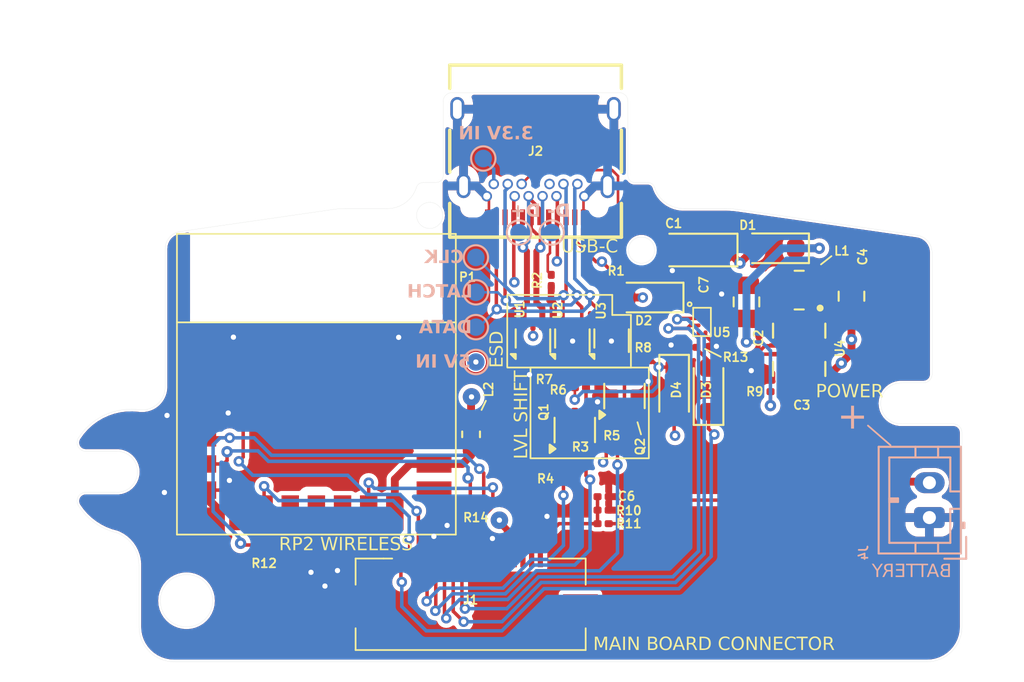
<source format=kicad_pcb>
(kicad_pcb (version 20240108) (generator "pcbnew") (generator_version "8.0")
  (layers (0 "F.Cu" signal) (1 "In1.Cu" signal) (2 "In2.Cu" signal) (31 "B.Cu" signal) (34 "B.Paste" user) (35 "F.Paste" user) (36 "B.SilkS" user "B.Silkscreen") (37 "F.SilkS" user "F.Silkscreen") (38 "B.Mask" user) (39 "F.Mask" user) (44 "Edge.Cuts" user))
  (net 0 "")
  (net 1 "N_LATCH_3.3")
  (net 2 "N_CLOCK_3.3")
  (net 3 "+3V3")
  (net 4 "WL_CLK")
  (net 5 "D-")
  (net 6 "GND")
  (net 7 "N_DATA_3.3")
  (net 8 "BTN_PWR")
  (net 9 "I2C1_SCL")
  (net 10 "WL_D")
  (net 11 "BAT_LVL")
  (net 12 "I2C1_SDA")
  (net 13 "WL_ON")
  (net 14 "WL_CS")
  (net 15 "D+")
  (net 16 "VBUS_PRE")
  (net 18 "Net-(J2-CC1)")
  (net 19 "Net-(J2-CC2)")
  (net 20 "+3.3V_PRE")
  (net 21 "N_DATA")
  (net 22 "N_LATCH")
  (net 23 "N_CLOCK")
  (net 25 "SAFE_D-")
  (net 26 "SAFE_D+")
  (net 27 "N_LATCH_SAFE")
  (net 29 "N_CLOCK_SAFE")
  (net 31 "N_DATA_SAFE")
  (net 33 "VBUS_SYS")
  (net 34 "Net-(U4-EN)")
  (net 35 "BATTERY_POS")
  (net 36 "VBUS")
  (net 37 "SHARED_PU")
  (net 38 "Net-(D4-A)")
  (net 39 "Net-(U4-L1)")
  (net 40 "Net-(U4-L2)")
  (net 41 "VDDBAT")
  (net 42 "Net-(P1B-IRQ)")
  (net 43 "WL_GP1")
  (net 44 "WL_GP2")
  (net 45 "WL_GP0")
  (net 47 "Net-(P1A-DO)")
  (footprint "Resistor_SMD:R_0201_0603Metric" (layer "F.Cu") (at 75.985091 32.183329 180)
    (property "Reference" "R13")
    (property "Value" "10k")
  )
  (footprint "Resistor_SMD:R_0201_0603Metric" (layer "F.Cu") (at 69.65 38.95)
    (property "Reference" "R3")
    (property "Value" "1k")
  )
  (footprint "Resistor_SMD:R_0201_0603Metric" (layer "F.Cu") (at 70.95 42.3)
    (property "Reference" "R11")
    (property "Value" "75k")
  )
  (footprint "Resistor_SMD:R_0201_0603Metric" (layer "F.Cu") (at 68.995 39.725 180)
    (property "Reference" "R4")
    (property "Value" "1k")
  )
  (footprint "hhl:DSBGA" (layer "F.Cu") (at 76.625 30.725)
    (property "Reference" "U5")
    (property "Value" "BQ25180")
  )
  (footprint "Resistor_SMD:R_0201_0603Metric" (layer "F.Cu") (at 67.975 28.345 90)
    (property "Reference" "R2")
    (property "Value" "5.1k")
  )
  (footprint "hhl:RPI_RM2" (layer "F.Cu") (at 54.5 33.925)
    (property "Reference" "P1")
    (property "Value" "RPI-RM2")
  )
  (footprint "Package_TO_SOT_SMD:SOT-363_SC-70-6" (layer "F.Cu") (at 72.175 34.975 90)
    (property "Reference" "Q2")
    (property "Value" "BSS138DW")
  )
  (footprint "Inductor_SMD:L_0603_1608Metric" (layer "F.Cu") (at 63.375 37.175 -90)
    (property "Reference" "L2")
    (property "Value" "BLM18AG601SN1D")
  )
  (footprint "Resistor_SMD:R_0201_0603Metric" (layer "F.Cu") (at 68.775 33.725 180)
    (property "Reference" "R7")
    (property "Value" "1k")
  )
  (footprint "Resistor_SMD:R_0201_0603Metric" (layer "F.Cu") (at 70.95 41.525 180)
    (property "Reference" "R10")
    (property "Value" "75k")
  )
  (footprint "Capacitor_SMD:C_0805_2012Metric" (layer "F.Cu") (at 79.175 29.575 -90)
    (property "Reference" "C2")
    (property "Value" "10uF")
  )
  (footprint "Resistor_SMD:R_0201_0603Metric" (layer "F.Cu") (at 73.3 32.95 180)
    (property "Reference" "R8")
    (property "Value" "1k")
  )
  (footprint "Diode_SMD:D_SOD-323_HandSoldering" (layer "F.Cu") (at 75.025 34.625 -90)
    (property "Reference" "D3")
    (property "Value" "CUS08F30,H3F ")
  )
  (footprint "Capacitor_SMD:C_0805_2012Metric" (layer "F.Cu") (at 85.2 29.249999 90)
    (property "Reference" "C4")
    (property "Value" "10uF")
  )
  (footprint "Resistor_SMD:R_0201_0603Metric" (layer "F.Cu") (at 51.5 43.525 180)
    (property "Reference" "R12")
    (property "Value" "10k")
  )
  (footprint "Package_TO_SOT_SMD:SOT-666" (layer "F.Cu") (at 71.4375 31.8 90)
    (property "Reference" "U3")
    (property "Value" "USBLC6-2P6")
  )
  (footprint "Resistor_SMD:R_0201_0603Metric" (layer "F.Cu") (at 69.65 34.5)
    (property "Reference" "R6")
    (property "Value" "1k")
  )
  (footprint "Capacitor_SMD:C_0201_0603Metric" (layer "F.Cu") (at 76.001741 28.871248 90)
    (property "Reference" "C7")
    (property "Value" "1uF")
  )
  (footprint "Capacitor_SMD:C_0201_0603Metric" (layer "F.Cu") (at 82.35 34.725 180)
    (property "Reference" "C3")
    (property "Value" "100nF")
  )
  (footprint "Capacitor_SMD:C_0201_0603Metric" (layer "F.Cu") (at 70.95 40.75)
    (property "Reference" "C6")
    (property "Value" "100nF")
  )
  (footprint "hhl:VREG_V62_16624-01YE" (layer "F.Cu") (at 82.2 32.325 -90)
    (property "Reference" "U4")
    (property "Value" "TPS63001DRCR")
  )
  (footprint "Package_TO_SOT_SMD:SOT-666" (layer "F.Cu") (at 69.1875 31.8 90)
    (property "Reference" "U2")
    (property "Value" "USBLC6-2P6")
  )
  (footprint "Resistor_SMD:R_0201_0603Metric" (layer "F.Cu") (at 63.65 40.9 180)
    (property "Reference" "R14")
    (property "Value" "470R")
  )
  (footprint "Diode_SMD:D_SOD-323_HandSoldering" (layer "F.Cu") (at 77 34.625 90)
    (property "Reference" "D4")
    (property "Value" "CUS08F30,H3F ")
  )
  (footprint "Inductor_SMD:L_1008_2520Metric" (layer "F.Cu") (at 82.2 28.9)
    (property "Reference" "L1")
    (property "Value" "1.3A 2.2uH ±20% 80mΩ")
  )
  (footprint "Resistor_SMD:R_0201_0603Metric" (layer "F.Cu") (at 80.875 34.725)
    (property "Reference" "R9")
    (property "Value" "100R")
  )
  (footprint "Resistor_SMD:R_0201_0603Metric" (layer "F.Cu") (at 71.45 38.025)
    (property "Reference" "R5")
    (property "Value" "1k")
  )
  (footprint "hhl:USB405603A" (layer "F.Cu") (at 67.074998 18.521124 180)
    (property "Reference" "J2")
    (property "Value" "USB4056-03-A" (hide yes))
  )
  (footprint "Diode_SMD:D_SOD-323_HandSoldering" (layer "F.Cu") (at 80.75 26.5 180)
    (property "Reference" "D1")
    (property "Value" "CUS08F30,H3F ")
  )
  (footprint "Diode_SMD:D_SOD-323_HandSoldering" (layer "F.Cu") (at 73.55 29.325 180)
    (property "Reference" "D2")
    (property "Value" "CUS08F30,H3F ")
  )
  (footprint "Package_TO_SOT_SMD:SOT-666" (layer "F.Cu") (at 66.925 31.8 90)
    (property "Reference" "U1")
    (property "Value" "USBLC6-2P6")
  )
  (footprint "Package_TO_SOT_SMD:SOT-363_SC-70-6" (layer "F.Cu") (at 69.325 36.925 90)
    (property "Reference" "Q1")
    (property "Value" "BSS138DW")
  )
  (footprint "hhl:5051101792" (layer "F.Cu") (at 63.35 46.675)
    (property "Reference" "J1")
    (property "Value" "Molex 505110-1792" (hide yes))
  )
  (footprint "Resistor_SMD:R_0201_0603Metric" (layer "F.Cu") (at 72.925 28)
    (property "Reference" "R1")
    (property "Value" "5.1k")
  )
  (footprint "Capacitor_Tantalum_SMD:CP_EIA-3216-18_Kemet-A" (layer "F.Cu") (at 76.35 26.6 180)
    (property "Reference" "C1")
    (property "Value" "47uF")
  )
  (footprint "TestPoint:TestPoint_Pad_D1.0mm" (layer "B.Cu") (at 63.65 29.025 180)
    (property "Reference" "TP1" (hide yes))
    (property "Value" "TestPoint")
  )
  (footprint "TestPoint:TestPoint_Pad_D1.0mm" (layer "B.Cu") (at 63.65 33.025 180)
    (property "Reference" "TP7" (hide yes))
    (property "Value" "TestPoint")
  )
  (footprint "TestPoint:TestPoint_Pad_D1.0mm" (layer "B.Cu") (at 64.075 21.35 180)
    (property "Reference" "TP6" (hide yes))
    (property "Value" "TestPoint")
  )
  (footprint "TestPoint:TestPoint_Pad_D1.0mm" (layer "B.Cu") (at 63.65 27.025 180)
    (property "Reference" "TP2" (hide yes))
    (property "Value" "TestPoint")
  )
  (footprint "TestPoint:TestPoint_Pad_D1.0mm" (layer "B.Cu") (at 68 25.6 180)
    (property "Reference" "TP4" (hide yes))
    (property "Value" "TestPoint")
  )
  (footprint "TestPoint:TestPoint_Pad_D1.0mm" (layer "B.Cu") (at 66.125 25.6 180)
    (property "Reference" "TP5" (hide yes))
    (property "Value" "TestPoint")
  )
  (footprint "Connector_JST:JST_PH_B2B-PH-K_1x02_P2.00mm_Vertical" (layer "B.Cu") (at 89.67 41.95 90)
    (property "Reference" "J4")
    (property "Value" "PH 2.0 JST")
  )
  (footprint "TestPoint:TestPoint_Pad_D1.0mm" (layer "B.Cu") (at 63.65 31.025 180)
    (property "Reference" "TP3" (hide yes))
    (property "Value" "TestPoint")
  )
  (gr_line (start 87.44 37.8) (end 86.143569 36.672266) (stroke (width 0.1)) (layer "B.SilkS"))
  (gr_line (start 72.545646 33.342379) (end 65.458609 33.34238) (stroke (width 0.1)) (layer "F.SilkS"))
  (gr_line (start 71.475 29.175) (end 71.475 30.325) (stroke (width 0.1)) (layer "F.SilkS"))
  (gr_line (start 64.225 35.25) (end 63.975 35.775) (stroke (width 0.1)) (layer "F.SilkS"))
  (gr_line (start 73.125 37.175) (end 72.922473 36.481236) (stroke (width 0.1)) (layer "F.SilkS"))
  (gr_rect (start 66.783609 33.34238) (end 73.575 38.55) (stroke (width 0.1)) (fill none) (layer "F.SilkS"))
  (gr_line (start 65.448799 33.311949) (end 65.451201 29.175) (stroke (width 0.1)) (layer "F.SilkS"))
  (gr_line (start 84.05 26.95) (end 83.45 27.425) (stroke (width 0.1)) (layer "F.SilkS"))
  (gr_line (start 72.545646 30.32464) (end 72.545646 33.342379) (stroke (width 0.1)) (layer "F.SilkS"))
  (gr_line (start 71.475 30.325) (end 72.545646 30.32464) (stroke (width 0.1)) (layer "F.SilkS"))
  (gr_line (start 77.7 32.725) (end 76.8 32.275) (stroke (width 0.1)) (layer "F.SilkS"))
  (gr_line (start 65.451201 29.175) (end 71.475 29.175) (stroke (width 0.1)) (layer "F.SilkS"))
  (gr_arc (start 73.526993 22.72569) (mid 73.762901 22.802661) (end 73.908019 23.003951) (stroke (width 0.01)) (layer "Edge.Cuts"))
  (gr_arc (start 88.055082 36.575001) (mid 86.880084 35.400001) (end 88.055082 34.225001) (stroke (width 0.01)) (layer "Edge.Cuts"))
  (gr_line (start 71.874997 17.571338) (end 62.274999 17.571337) (stroke (width 0.01)) (layer "Edge.Cuts"))
  (gr_arc (start 91.039999 36.575001) (mid 91.393553 36.721448) (end 91.54 37.075002) (stroke (width 0.01)) (layer "Edge.Cuts"))
  (gr_line (start 61.774998 18.071337) (end 61.774998 22.325767) (stroke (width 0.01)) (layer "Edge.Cuts"))
  (gr_line (start 44.325 44.697902) (end 44.324999 48.221337) (stroke (width 0.01)) (layer "Edge.Cuts"))
  (gr_line (start 41.265299 38.149797) (end 43.057839 38.149797) (stroke (width 0.01)) (layer "Edge.Cuts"))
  (gr_curve (pts (xy 45.783436 34.772086) (xy 45.811035 34.664222) (xy 45.824999 34.553324) (xy 45.824999 34.441985)) (stroke (width 0.01)) (layer "Edge.Cuts"))
  (gr_line (start 73.526993 22.72569) (end 72.774997 22.725691) (stroke (width 0.01)) (layer "Edge.Cuts"))
  (gr_line (start 88.967389 25.752318) (end 78.67914 24.272284) (stroke (width 0.01)) (layer "Edge.Cuts"))
  (gr_line (start 91.54 48.221338) (end 91.539999 40.929158) (stroke (width 0.01)) (layer "Edge.Cuts"))
  (gr_line (start 89.825 33.725) (end 89.825 26.742127) (stroke (width 0.01)) (layer "Edge.Cuts"))
  (gr_arc (start 89.825 33.725) (mid 89.678553 34.078554) (end 89.324998 34.225002) (stroke (width 0.01)) (layer "Edge.Cuts"))
  (gr_arc (start 41.265299 38.149797) (mid 40.826326 37.889134) (end 40.845015 37.378901) (stroke (width 0.01)) (layer "Edge.Cuts"))
  (gr_arc (start 60.241979 23.00395) (mid 59.607091 23.884591) (end 58.574999 24.221336) (stroke (width 0.01)) (layer "Edge.Cuts"))
  (gr_line (start 55.470845 24.272285) (end 46.679479 25.536982) (stroke (width 0.01)) (layer "Edge.Cuts"))
  (gr_arc (start 40.845015 41.270692) (mid 40.826306 40.760491) (end 41.265298 40.499836) (stroke (width 0.01)) (layer "Edge.Cuts"))
  (gr_arc (start 60.241979 23.00395) (mid 60.387142 22.80266) (end 60.623079 22.72569) (stroke (width 0.01)) (layer "Edge.Cuts"))
  (gr_line (start 58.574999 24.221336) (end 56.182799 24.221337) (stroke (width 0.01)) (layer "Edge.Cuts"))
  (gr_circle (center 47.049532 46.721337) (end 45.549533 46.721337) (stroke (width 0.01)) (fill none) (layer "Edge.Cuts"))
  (gr_arc (start 43.057835 42.824796) (mid 41.799588 42.26394) (end 40.845015 41.270692) (stroke (width 0.01)) (layer "Edge.Cuts"))
  (gr_arc (start 43.057839 38.149797) (mid 44.232838 39.324796) (end 43.05784 40.499796) (stroke (width 0.01)) (layer "Edge.Cuts"))
  (gr_curve (pts (xy 44.323083 35.762685) (xy 44.497308 35.785149) (xy 44.674269 35.772917) (xy 44.843747 35.726694)) (stroke (width 0.01)) (layer "Edge.Cuts"))
  (gr_arc (start 61.774998 18.071337) (mid 61.921445 17.717784) (end 62.274999 17.571337) (stroke (width 0.01)) (layer "Edge.Cuts"))
  (gr_arc (start 88.967389 25.752318) (mid 89.580774 26.087295) (end 89.825 26.742127) (stroke (width 0.01)) (layer "Edge.Cuts"))
  (gr_circle (center 60.998399 24.614372) (end 60.2484 24.614372) (stroke (width 0.01)) (fill none) (layer "Edge.Cuts"))
  (gr_line (start 61.374998 22.72569) (end 60.623079 22.72569) (stroke (width 0.01)) (layer "Edge.Cuts"))
  (gr_arc (start 40.845015 37.378901) (mid 42.350265 36.067701) (end 44.323083 35.762685) (stroke (width 0.01)) (layer "Edge.Cuts"))
  (gr_arc (start 45.824999 26.526337) (mid 46.06819 25.872701) (end 46.679479 25.536982) (stroke (width 0.01)) (layer "Edge.Cuts"))
  (gr_arc (start 75.574998 24.221337) (mid 74.542907 23.884591) (end 73.908019 23.003951) (stroke (width 0.01)) (layer "Edge.Cuts"))
  (gr_line (start 77.967206 24.221337) (end 75.574998 24.221337) (stroke (width 0.01)) (layer "Edge.Cuts"))
  (gr_line (start 45.824999 26.526337) (end 45.824999 34.441985) (stroke (width 0.01)) (layer "Edge.Cuts"))
  (gr_line (start 91.039999 36.575001) (end 88.055082 36.575001) (stroke (width 0.01)) (layer "Edge.Cuts"))
  (gr_arc (start 77.967206 24.221337) (mid 78.324083 24.23409) (end 78.67914 24.272284) (stroke (width 0.01)) (layer "Edge.Cuts"))
  (gr_curve (pts (xy 45.312057 35.492218) (xy 45.447882 35.386339) (xy 45.561884 35.25511) (xy 45.647736 35.105819)) (stroke (width 0.01)) (layer "Edge.Cuts"))
  (gr_curve (pts (xy 44.843747 35.726694) (xy 45.013829 35.680307) (xy 45.173018 35.600604) (xy 45.312057 35.492218)) (stroke (width 0.01)) (layer "Edge.Cuts"))
  (gr_arc (start 46.324999 50.221337) (mid 44.910786 49.63555) (end 44.324999 48.221337) (stroke (width 0.01)) (layer "Edge.Cuts"))
  (gr_curve (pts (xy 45.647736 35.105819) (xy 45.707878 35.001237) (xy 45.753529 34.888963) (xy 45.783436 34.772086)) (stroke (width 0.01)) (layer "Edge.Cuts"))
  (gr_arc (start 61.774998 22.325767) (mid 61.657836 22.608581) (end 61.374998 22.72569) (stroke (width 0.01)) (layer "Edge.Cuts"))
  (gr_line (start 46.324999 50.221337) (end 89.540001 50.221337) (stroke (width 0.01)) (layer "Edge.Cuts"))
  (gr_line (start 91.539999 40.929158) (end 91.54 37.075002) (stroke (width 0.01)) (layer "Edge.Cuts"))
  (gr_arc (start 55.470845 24.272287) (mid 55.825912 24.234091) (end 56.182799 24.221337) (stroke (width 0.01)) (layer "Edge.Cuts"))
  (gr_circle (center 73.151598 26.605822) (end 72.401599 26.605822) (stroke (width 0.01)) (fill none) (layer "Edge.Cuts"))
  (gr_arc (start 71.874997 17.571338) (mid 72.22855 17.717785) (end 72.374997 18.071338) (stroke (width 0.01)) (layer "Edge.Cuts"))
  (gr_line (start 72.374997 22.32569) (end 72.374997 18.071338) (stroke (width 0.01)) (layer "Edge.Cuts"))
  (gr_arc (start 91.54 48.221338) (mid 90.9542 49.635527) (end 89.540001 50.221337) (stroke (width 0.01)) (layer "Edge.Cuts"))
  (gr_arc (start 43.057835 42.824796) (mid 43.981527 43.565077) (end 44.325 44.697902) (stroke (width 0.01)) (layer "Edge.Cuts"))
  (gr_line (start 88.055082 34.225001) (end 89.324998 34.225002) (stroke (width 0.01)) (layer "Edge.Cuts"))
  (gr_line (start 43.05784 40.499796) (end 41.265299 40.499797) (stroke (width 0.01)) (layer "Edge.Cuts"))
  (gr_arc (start 72.774997 22.725691) (mid 72.492154 22.608533) (end 72.374997 22.32569) (stroke (width 0.01)) (layer "Edge.Cuts"))
  (gr_text "3.3V IN" (at 62.65 20.375 0) (layer "B.SilkS") (effects (font (size 0.75 0.75) (thickness 0.1875) (bold yes)) (justify right bottom mirror)))
  (gr_text "CLK" (at 60.7 27.475 0) (layer "B.SilkS") (effects (font (size 0.75 0.75) (thickness 0.1875) (bold yes)) (justify right bottom mirror)))
  (gr_text "LATCH" (at 59.7 29.45 0) (layer "B.SilkS") (effects (font (size 0.75 0.75) (thickness 0.1875) (bold yes)) (justify right bottom mirror)))
  (gr_text "+" (at 86.14 37.1 0) (layer "B.SilkS") (effects (font (size 1.5 1.5) (thickness 0.1)) (justify left bottom mirror)))
  (gr_text "DATA" (at 60.375 31.5 0) (layer "B.SilkS") (effects (font (size 0.75 0.75) (thickness 0.1875) (bold yes)) (justify right bottom mirror)))
  (gr_text "5V IN" (at 60.175 33.475 0) (layer "B.SilkS") (effects (font (size 0.75 0.75) (thickness 0.1875) (bold yes)) (justify right bottom mirror)))
  (gr_text "D- D+" (at 65.625 24.825 0) (layer "B.SilkS") (effects (font (size 0.75 0.75) (thickness 0.1875) (bold yes)) (justify right bottom mirror)))
  (gr_text "BATTERY" (at 90.95 45.49 0) (layer "B.SilkS") (effects (font (size 0.75 0.75) (thickness 0.1)) (justify left bottom mirror)))
  (gr_text "ESD" (at 65.313935 33.368142 90) (layer "F.SilkS") (effects (font (size 0.75 0.75) (thickness 0.1)) (justify left bottom)))
  (gr_text "USB-C" (at 68.548464 26.864832 0) (layer "F.SilkS") (effects (font (size 0.75 0.75) (thickness 0.1)) (justify left bottom)))
  (gr_text "POWER" (at 83.15 35.175 0) (layer "F.SilkS") (effects (font (size 0.75 0.75) (thickness 0.1)) (justify left bottom)))
  (gr_text "LVL SHIFT" (at 66.718761 38.605333 90) (layer "F.SilkS") (effects (font (size 0.75 0.75) (thickness 0.1)) (justify left bottom)))
  (gr_text "MAIN BOARD CONNECTOR" (at 70.375 49.675 0) (layer "F.SilkS") (effects (font (size 0.75 0.75) (thickness 0.1)) (justify left bottom)))
  (gr_text "RP2 WIRELESS" (at 52.35 43.95 0) (layer "F.SilkS") (effects (font (size 0.75 0.75) (thickness 0.1)) (justify left bottom)))
  (segment (start 69.975 37.875) (end 69.97 37.88) (width 0.2) (layer "F.Cu") (net 1))
  (segment (start 69.97 37.88) (end 69.97 38.95) (width 0.2) (layer "F.Cu") (net 1))
  (segment (start 61.35 44.3) (end 61.35 47.275) (width 0.2) (layer "F.Cu") (net 1))
  (segment (start 70.2 39.775) (end 69.97 39.545) (width 0.2) (layer "F.Cu") (net 1))
  (segment (start 61.35 47.275) (end 61.325 47.3) (width 0.2) (layer "F.Cu") (net 1))
  (segment (start 69.97 39.545) (end 69.97 38.95) (width 0.2) (layer "F.Cu") (net 1))
  (via (at 70.2 39.775) (size 0.6) (drill 0.3) (layers "F.Cu" "B.Cu") (net 1))
  (via (at 61.325 47.3) (size 0.6) (drill 0.3) (layers "F.Cu" "B.Cu") (net 1))
  (segment (start 69.775 44.225) (end 70.2 43.8) (width 0.2) (layer "B.Cu") (net 1))
  (segment (start 69.325 44.675) (end 69.775 44.225) (width 0.2) (layer "B.Cu") (net 1))
  (segment (start 66.09519 45.57019) (end 66.99038 44.675) (width 0.2) (layer "B.Cu") (net 1))
  (segment (start 70.2 43.8) (end 70.2 39.775) (width 0.2) (layer "B.Cu") (net 1))
  (segment (start 65.34038 46.325) (end 66.09519 45.57019) (width 0.2) (layer "B.Cu") (net 1))
  (segment (start 62.3 46.325) (end 63.05 46.325) (width 0.2) (layer "B.Cu") (net 1))
  (segment (start 67.775 44.675) (end 69.325 44.675) (width 0.2) (layer "B.Cu") (net 1))
  (segment (start 61.325 47.3) (end 62.3 46.325) (width 0.2) (layer "B.Cu") (net 1))
  (segment (start 63.05 46.325) (end 65.34038 46.325) (width 0.2) (layer "B.Cu") (net 1))
  (segment (start 66.99038 44.675) (end 67.775 44.675) (width 0.2) (layer "B.Cu") (net 1))
  (segment (start 68.675 37.875) (end 68.675 39.725) (width 0.2) (layer "F.Cu") (net 2))
  (segment (start 60.85 44.3) (end 60.85 46.725) (width 0.2) (layer "F.Cu") (net 2))
  (segment (start 60.85 46.725) (end 60.825 46.75) (width 0.2) (layer "F.Cu") (net 2))
  (segment (start 68.675 40.675) (end 68.675 39.725) (width 0.2) (layer "F.Cu") (net 2))
  (via (at 68.675 40.675) (size 0.6) (drill 0.3) (layers "F.Cu" "B.Cu") (net 2))
  (via (at 60.825 46.75) (size 0.6) (drill 0.3) (layers "F.Cu" "B.Cu") (net 2))
  (segment (start 68.275 43.95) (end 68.675 43.55) (width 0.2) (layer "B.Cu") (net 2))
  (segment (start 60.825 46.75) (end 61.575 46) (width 0.2) (layer "B.Cu") (net 2))
  (segment (start 67.875 44.35) (end 68.275 43.95) (width 0.2) (layer "B.Cu") (net 2))
  (segment (start 65.2 46) (end 65.7 45.5) (width 0.2) (layer "B.Cu") (net 2))
  (segment (start 68.675 43.55) (end 68.675 40.675) (width 0.2) (layer "B.Cu") (net 2))
  (segment (start 65.7 45.5) (end 66.85 44.35) (width 0.2) (layer "B.Cu") (net 2))
  (segment (start 67.35 44.35) (end 67.875 44.35) (width 0.2) (layer "B.Cu") (net 2))
  (segment (start 66.85 44.35) (end 67.35 44.35) (width 0.2) (layer "B.Cu") (net 2))
  (segment (start 61.575 46) (end 62.4 46) (width 0.2) (layer "B.Cu") (net 2))
  (segment (start 62.4 46) (end 65.2 46) (width 0.2) (layer "B.Cu") (net 2))
  (segment (start 84.40342 30.996578) (end 83.303664 30.996578) (width 0.45) (layer "F.Cu") (net 3))
  (segment (start 69.33 39.71) (end 69.315 39.725) (width 0.2) (layer "F.Cu") (net 3))
  (segment (start 71.13 37.795) (end 71.13 37.53) (width 0.2) (layer "F.Cu") (net 3))
  (segment (start 83.91108 33.79892) (end 83.306522 33.79892) (width 0.45) (layer "F.Cu") (net 3))
  (segment (start 69.325 37.175) (end 69.325 37.874999) (width 0.2) (layer "F.Cu") (net 3))
  (segment (start 71.13 38.025) (end 71.13 37.795) (width 0.2) (layer "F.Cu") (net 3))
  (segment (start 71.13 37.53) (end 70.775 37.175) (width 0.2) (layer "F.Cu") (net 3))
  (segment (start 75.025 37.2) (end 75.075 37.25) (width 0.2) (layer "F.Cu") (net 3))
  (segment (start 65.019086 42.1) (end 65 42.1) (width 0.2) (layer "F.Cu") (net 3))
  (segment (start 84.62 33.09) (end 83.91108 33.79892) (width 0.45) (layer "F.Cu") (net 3))
  (segment (start 72.175 36.75) (end 72.175 35.924999) (width 0.2) (layer "F.Cu") (net 3))
  (segment (start 69.32 38.95) (end 69.32 37.879999) (width 0.2) (layer "F.Cu") (net 3))
  (segment (start 63.375 35.05) (end 63.4 35.025) (width 0.45) (layer "F.Cu") (net 3))
  (segment (start 65.35 44.3) (end 65.35 42.694871) (width 0.2) (layer "F.Cu") (net 3))
  (segment (start 63.375 36.387499) (end 63.375 35.05) (width 0.45) (layer "F.Cu") (net 3))
  (segment (start 71.13 38.025) (end 71.13 38.595) (width 0.2) (layer "F.Cu") (net 3))
  (segment (start 65.85 42.930914) (end 65.019086 42.1) (width 0.2) (layer "F.Cu") (net 3))
  (segment (start 85.2 32.51) (end 84.62 33.09) (width 0.45) (layer "F.Cu") (net 3))
  (segment (start 69.33 38.95) (end 69.33 39.71) (width 0.2) (layer "F.Cu") (net 3))
  (segment (start 69.32 37.879999) (end 69.325 37.874999) (width 0.2) (layer "F.Cu") (net 3))
  (segment (start 85.2 30.199998) (end 84.40342 30.996578) (width 0.45) (layer "F.Cu") (net 3))
  (segment (start 71.13 37.795) (end 72.175 36.75) (width 0.2) (layer "F.Cu") (net 3))
  (segment (start 65.35 42.694871) (end 65.117096 42.461967) (width 0.2) (layer "F.Cu") (net 3))
  (segment (start 75.025 35.874999) (end 75.025 37.2) (width 0.2) (layer "F.Cu") (net 3))
  (segment (start 85.2 30.199998) (end 85.2 32.51) (width 0.45) (layer "F.Cu") (net 3))
  (segment (start 70.775 37.175) (end 69.325 37.175) (width 0.2) (layer "F.Cu") (net 3))
  (segment (start 65.35 42.45) (end 65 42.1) (width 0.2) (layer "F.Cu") (net 3))
  (segment (start 69.325 35.975001) (end 69.325 37.175) (width 0.2) (layer "F.Cu") (net 3))
  (segment (start 71.13 38.595) (end 70.95 38.775) (width 0.2) (layer "F.Cu") (net 3))
  (segment (start 72.175 34.025001) (end 72.175 35.924999) (width 0.2) (layer "F.Cu") (net 3))
  (segment (start 65.85 44.3) (end 65.85 42.930914) (width 0.2) (layer "F.Cu") (net 3))
  (via (at 85.2 31.73) (size 0.65) (drill 0.3) (layers "F.Cu" "B.Cu") (net 3))
  (via (at 65 42.1) (size 1) (drill 0.3) (layers "F.Cu" "B.Cu") (net 3))
  (via (at 75.075 37.25) (size 0.6) (drill 0.3) (layers "F.Cu" "B.Cu") (net 3))
  (via (at 63.4 35.025) (size 1) (drill 0.3) (layers "F.Cu" "B.Cu") (net 3))
  (via (at 70.95 38.775) (size 0.6) (drill 0.3) (layers "F.Cu" "B.Cu") (net 3))
  (via (at 84.62 33.09) (size 0.65) (drill 0.3) (layers "F.Cu" "B.Cu") (net 3))
  (segment (start 50.3 38.475) (end 50.3 35.21) (width 0.2) (layer "F.Cu") (net 4))
  (segment (start 50.3 35.21) (end 49.465 34.375) (width 0.2) (layer "F.Cu") (net 4))
  (segment (start 60.35 44.3) (end 60.35 41.675) (width 0.2) (layer "F.Cu") (net 4))
  (segment (start 49.465 34.375) (end 47.75 34.375) (width 0.2) (layer "F.Cu") (net 4))
  (segment (start 60.35 41.675) (end 60.25 41.575) (width 0.2) (layer "F.Cu") (net 4))
  (segment (start 50.05 38.725) (end 50.3 38.475) (width 0.2) (layer "F.Cu") (net 4))
  (via (at 50.05 38.725) (size 0.6) (drill 0.3) (layers "F.Cu" "B.Cu") (net 4))
  (via (at 60.25 41.575) (size 0.6) (drill 0.3) (layers "F.Cu" "B.Cu") (net 4))
  (segment (start 57.4 40.625) (end 56.675 39.9) (width 0.2) (layer "B.Cu") (net 4))
  (segment (start 56.675 39.9) (end 56.3 39.525) (width 0.2) (layer "B.Cu") (net 4))
  (segment (start 56.3 39.525) (end 54.5 39.525) (width 0.2) (layer "B.Cu") (net 4))
  (segment (start 58.6 40.625) (end 57.4 40.625) (width 0.2) (layer "B.Cu") (net 4))
  (segment (start 50.85 39.525) (end 50.05 38.725) (width 0.2) (layer "B.Cu") (net 4))
  (segment (start 54.5 39.525) (end 50.85 39.525) (width 0.2) (layer "B.Cu") (net 4))
  (segment (start 59.3 40.625) (end 58.6 40.625) (width 0.2) (layer "B.Cu") (net 4))
  (segment (start 60.25 41.575) (end 59.3 40.625) (width 0.2) (layer "B.Cu") (net 4))
  (segment (start 67.4625 29.9375) (end 67.325 29.8) (width 0.3425) (layer "F.Cu") (net 5))
  (segment (start 67.35 25.9) (end 67.35 26.45) (width 0.2) (layer "F.Cu") (net 5))
  (segment (start 67.12125 29.59625) (end 67.325 29.8) (width 0.3425) (layer "F.Cu") (net 5))
  (segment (start 67.35 26.45) (end 67.12125 26.67875) (width 0.3425) (layer "F.Cu") (net 5))
  (segment (start 66.824998 24.721124) (end 66.824998 25.374998) (width 0.2) (layer "F.Cu") (net 5))
  (segment (start 66.824998 25.374998) (end 67.35 25.9) (width 0.2) (layer "F.Cu") (net 5))
  (segment (start 67.4625 30.95) (end 67.4625 29.9375) (width 0.3425) (layer "F.Cu") (net 5))
  (segment (start 67.12125 26.67875) (end 67.12125 29.59625) (width 0.3425) (layer "F.Cu") (net 5))
  (via (at 67.35 26.45) (size 0.6) (drill 0.3) (layers "F.Cu" "B.Cu") (net 5))
  (segment (start 67.474998 26.325002) (end 67.325 26.475) (width 0.2) (layer "B.Cu") (net 5))
  (segment (start 67.474998 23.511124) (end 67.474998 26.325002) (width 0.2) (layer "B.Cu") (net 5))
  (segment (start 80.01 32.325) (end 79.795 32.325) (width 0.2) (layer "F.Cu") (net 6))
  (segment (start 67.975 31.325) (end 68.475 31.825) (width 0.15) (layer "F.Cu") (net 6))
  (segment (start 82.2 30.925001) (end 82.2 29.79) (width 0.2) (layer "F.Cu") (net 6))
  (segment (start 45.915 40.375) (end 45.78 40.51) (width 0.2) (layer "F.Cu") (net 6))
  (segment (start 47.75 40.375) (end 48.955 40.375) (width 0.2) (layer "F.Cu") (net 6))
  (segment (start 69.1875 31.8375) (end 69.2 31.825) (width 0.2) (layer "F.Cu") (net 6))
  (segment (start 82.7 33.725) (end 82.7 32.825) (width 0.2) (layer "F.Cu") (net 6))
  (segment (start 82.2 32.325) (end 81.965607 32.090607) (width 0.2) (layer "F.Cu") (net 6))
  (segment (start 64.85 43.4) (end 64.6 43.15) (width 0.2) (layer "F.Cu") (net 6))
  (segment (start 64.35 43.4) (end 64.6 43.15) (width 0.2) (layer "F.Cu") (net 6))
  (segment (start 76.824999 31.325) (end 76.824999 31.499999) (width 0.2) (layer "F.Cu") (net 6))
  (segment (start 61.25 40.375) (end 61.25 41.44) (width 0.2) (layer "F.Cu") (net 6))
  (segment (start 46.145 35.875) (end 45.93 36.09) (width 0.2) (layer "F.Cu") (net 6))
  (segment (start 80.244393 32.090607) (end 80.01 32.325) (width 0.2) (layer "F.Cu") (net 6))
  (segment (start 61.25 31.375) (end 59.455 31.375) (width 0.2) (layer "F.Cu") (net 6))
  (segment (start 64.40002 24.646102) (end 64.40002 23.663354) (width 0.15) (layer "F.Cu") (net 6))
  (segment (start 82.7 33.725) (end 82.7 34.695) (width 0.2) (layer "F.Cu") (net 6))
  (segment (start 82.2 30.925001) (end 82.2 32.325) (width 0.2) (layer "F.Cu") (net 6))
  (segment (start 66.925 33.55) (end 66.725 33.75) (width 0.2) (layer "F.Cu") (net 6))
  (segment (start 49.485 31.375) (end 49.73 31.62) (width 0.2) (layer "F.Cu") (net 6))
  (segment (start 69.1875 32.725) (end 69.1875 31.8375) (width 0.2) (layer "F.Cu") (net 6))
  (segment (start 78.249999 28.625001) (end 77.75 29.125) (width 0.45) (layer "F.Cu") (net 6))
  (segment (start 48.955 40.375) (end 49.51 39.82) (width 0.2) (layer "F.Cu") (net 6))
  (segment (start 75.665091 32.183329) (end 74.983329 32.183329) (width 0.2) (layer "F.Cu") (net 6))
  (segment (start 54.5 43.72) (end 54.42 43.8) (width 0.45) (layer "F.Cu") (net 6))
  (segment (start 79.795 32.325) (end 79.51 32.61) (width 0.2) (layer "F.Cu") (net 6))
  (segment (start 69.824998 23.561124) (end 69.824998 24.721124) (width 0.15) (layer "F.Cu") (net 6))
  (segment (start 47.125 31.375) (end 46.22 32.28) (width 0.2) (layer "F.Cu") (net 6))
  (segment (start 49.365 35.875) (end 49.44 35.95) (width 0.2) (layer "F.Cu") (net 6))
  (segment (start 73.245 28) (end 74.7 28) (width 0.2) (layer "F.Cu") (net 6))
  (segment (start 61.25 41.44) (end 61.15 41.54) (width 0.2) (layer "F.Cu") (net 6))
  (segment (start 74.983329 32.183329) (end 74.85 32.05) (width 0.2) (layer "F.Cu") (net 6))
  (segment (start 66.925 32.725) (end 66.925 33.55) (width 0.2) (layer "F.Cu") (net 6))
  (segment (start 71.425 32.7125) (end 71.425 31.825) (width 0.2) (layer "F.Cu") (net 6))
  (segment (start 64.324998 24.721124) (end 64.40002 24.646102) (width 0.15) (layer "F.Cu") (net 6))
  (segment (start 79.175 28.625001) (end 78.249999 28.625001) (width 0.45) (layer "F.Cu") (net 6))
  (segment (start 69.874998 23.511124) (end 69.824998 23.561124) (width 0.15) (layer "F.Cu") (net 6))
  (segment (start 54.5 41.675) (end 54.5 43.72) (width 0.45) (layer "F.Cu") (net 6))
  (segment (start 81.965607 32.090607) (end 80.244393 32.090607) (width 0.2) (layer "F.Cu") (net 6))
  (segment (start 76.001741 28.551248) (end 76.001741 27.601741) (width 0.45) (layer "F.Cu") (net 6))
  (segment (start 76.001741 27.601741) (end 75 26.6) (width 0.45) (layer "F.Cu") (net 6))
  (segment (start 47.75 31.375) (end 49.485 31.375) (width 0.2) (layer "F.Cu") (net 6))
  (segment (start 47.75 31.375) (end 47.125 31.375) (width 0.2) (layer "F.Cu") (net 6))
  (segment (start 64.85 44.3) (end 64.85 43.4) (width 0.2) (layer "F.Cu") (net 6))
  (segment (start 47.75 35.875) (end 49.365 35.875) (width 0.2) (layer "F.Cu") (net 6))
  (segment (start 77.176248 28.551248) (end 77.75 29.125) (width 0.45) (layer "F.Cu") (net 6))
  (segment (start 67.975 28.665) (end 67.975 31.325) (width 0.15) (layer "F.Cu") (net 6))
  (segment (start 82.2 29.79) (end 82.19 29.78) (width 0.2) (layer "F.Cu") (net 6))
  (segment (start 49.73 31.62) (end 49.73 31.61) (width 0.2) (layer "F.Cu") (net 6))
  (segment (start 59.455 31.375) (end 59.22 31.61) (width 0.2) (layer "F.Cu") (net 6))
  (segment (start 64.40002 23.663354) (end 64.261394 23.524728) (width 0.15) (layer "F.Cu") (net 6))
  (segment (start 47.75 40.375) (end 45.915 40.375) (width 0.2) (layer "F.Cu") (net 6))
  (segment (start 68.475 31.825) (end 69.2 31.825) (width 0.15) (layer "F.Cu") (net 6))
  (segment (start 81.949884 32.575116) (end 79.964884 32.575116) (width 0.2) (layer "F.Cu") (net 6))
  (segment (start 79.964884 32.575116) (end 79.71 32.83) (width 0.2) (layer "F.Cu") (net 6))
  (segment (start 82.7 32.825) (end 82.2 32.325) (width 0.2) (layer "F.Cu") (net 6))
  (segment (start 49.73 31.61) (end 49.74 31.6) (width 0.2) (layer "F.Cu") (net 6))
  (segment (start 71.4375 32.725) (end 71.425 32.7125) (width 0.2) (layer "F.Cu") (net 6))
  (segment (start 74.7 28) (end 74.92 27.78) (width 0.2) (layer "F.Cu") (net 6))
  (segment (start 47.75 35.875) (end 46.145 35.875) (width 0.2) (layer "F.Cu") (net 6))
  (segment (start 64.35 44.3) (end 64.35 43.4) (width 0.2) (layer "F.Cu") (net 6))
  (segment (start 62.565 31.375) (end 62.98 31.79) (width 0.2) (layer "F.Cu") (net 6))
  (segment (start 76.001741 28.551248) (end 77.176248 28.551248) (width 0.45) (layer "F.Cu") (net 6))
  (segment (start 82.2 32.325) (end 81.949884 32.575116) (width 0.2) (layer "F.Cu") (net 6))
  (segment (start 61.25 31.375) (end 62.565 31.375) (width 0.2) (layer "F.Cu") (net 6))
  (segment (start 76.824999 31.499999) (end 77.45 32.125) (width 0.2) (layer "F.Cu") (net 6))
  (segment (start 82.7 34.695) (end 82.67 34.725) (width 0.2) (layer "F.Cu") (net 6))
  (via (at 54.99 45.88) (size 0.65) (drill 0.3) (layers "F.Cu" "B.Cu") (net 6))
  (via (at 55.71 44.99) (size 0.65) (drill 0.3) (layers "F.Cu" "B.Cu") (net 6))
  (via (at 45.78 40.51) (size 0.65) (drill 0.3) (layers "F.Cu" "B.Cu") (net 6))
  (via (at 71.425 31.825) (size 0.6) (drill 0.3) (layers "F.Cu" "B.Cu") (net 6))
  (via (at 49.74 31.6) (size 0.65) (drill 0.3) (layers "F.Cu" "B.Cu") (net 6))
  (via (at 59.22 31.61) (size 0.65) (drill 0.3) (layers "F.Cu" "B.Cu") (net 6))
  (via (at 66.725 33.75) (size 0.6) (drill 0.3) (layers "F.Cu" "B.Cu") (net 6))
  (via (at 64.6 43.15) (size 0.65) (drill 0.3) (layers "F.Cu" "B.Cu") (net 6))
  (via (at 49.51 39.82) (size 0.65) (drill 0.3) (layers "F.Cu" "B.Cu") (net 6))
  (via (at 79.45 33.52) (size 0.65) (drill 0.3) (layers "F.Cu" "B.Cu") (net 6))
  (via (at 73.53 34.14) (size 0.6) (drill 0.3) (layers "F.Cu" "B.Cu") (net 6))
  (via (at 61.24 43.03) (size 0.65) (drill 0.3) (layers "F.Cu" "B.Cu") (net 6))
  (via (at 77.75 29.125) (size 0.65) (drill 0.3) (layers "F.Cu" "B.Cu") (net 6))
  (via (at 54.19 45.09) (size 0.65) (drill 0.3) (layers "F.Cu" "B.Cu") (net 6))
  (via (at 77.45 32.125) (size 0.6) (drill 0.3) (layers "F.Cu" "B.Cu") (net 6))
  (via (at 74.92 27.78) (size 0.65) (drill 0.3) (layers "F.Cu" "B.Cu") (net 6))
  (via (at 49.44 35.95) (size 0.65) (drill 0.3) (layers "F.Cu" "B.Cu") (net 6))
  (via (at 70.63 35.31) (size 0.6) (drill 0.3) (layers "F.Cu" "B.Cu") (net 6))
  (via (at 45.93 36.09) (size 0.65) (drill 0.3) (layers "F.Cu" "B.Cu") (net 6))
  (via (at 62 42.4) (size 0.65) (drill 0.3) (layers "F.Cu" "B.Cu") (net 6))
  (via (at 67.73 41.88) (size 0.6) (drill 0.3) (layers "F.Cu" "B.Cu") (net 6))
  (via (at 74.85 32.05) (size 0.6) (drill 0.3) (layers "F.Cu" "B.Cu") (net 6))
  (via (at 69.2 31.825) (size 0.6) (drill 0.3) (layers "F.Cu" "B.Cu") (net 6))
  (segment (start 72.825 35.925) (end 72.825 36.675) (width 0.2) (layer "F.Cu") (net 7))
  (segment (start 71.77 37.73) (end 71.77 38.025) (width 0.2) (layer "F.Cu") (net 7))
  (segment (start 72.825 36.675) (end 71.77 37.73) (width 0.2) (layer "F.Cu") (net 7))
  (segment (start 61.85 47.625) (end 61.95 47.725) (width 0.2) (layer "F.Cu") (net 7))
  (segment (start 71.775 38.03) (end 71.77 38.025) (width 0.2) (layer "F.Cu") (net 7))
  (segment (start 61.85 44.3) (end 61.85 47.625) (width 0.2) (layer "F.Cu") (net 7))
  (segment (start 71.775 38.925) (end 71.775 38.03) (width 0.2) (layer "F.Cu") (net 7))
  (via (at 71.775 38.925) (size 0.6) (drill 0.3) (layers "F.Cu" "B.Cu") (net 7))
  (via (at 61.95 47.725) (size 0.6) (drill 0.3) (layers "F.Cu" "B.Cu") (net 7))
  (segment (start 63.475 46.65) (end 65.475 46.65) (width 0.2) (layer "B.Cu") (net 7))
  (segment (start 70.75 45) (end 71.3 44.45) (width 0.2) (layer "B.Cu") (net 7))
  (segment (start 61.95 47.725) (end 61.95 47.425) (width 0.2) (layer "B.Cu") (net 7))
  (segment (start 67.75 45) (end 70.75 45) (width 0.2) (layer "B.Cu") (net 7))
  (segment (start 62.725 46.65) (end 63.475 46.65) (width 0.2) (layer "B.Cu") (net 7))
  (segment (start 62.625 46.75) (end 62.725 46.65) (width 0.2) (layer "B.Cu") (net 7))
  (segment (start 66.75 45.375) (end 67.125 45) (width 0.2) (layer "B.Cu") (net 7))
  (segment (start 71.775 43.975) (end 71.775 38.925) (width 0.2) (layer "B.Cu") (net 7))
  (segment (start 67.125 45) (end 67.75 45) (width 0.2) (layer "B.Cu") (net 7))
  (segment (start 61.95 47.425) (end 62.625 46.75) (width 0.2) (layer "B.Cu") (net 7))
  (segment (start 65.475 46.65) (end 66.75 45.375) (width 0.2) (layer "B.Cu") (net 7))
  (segment (start 71.3 44.45) (end 71.775 43.975) (width 0.2) (layer "B.Cu") (net 7))
  (segment (start 59.35 44.3) (end 59.35 45.6) (width 0.2) (layer "F.Cu") (net 8))
  (segment (start 59.35 45.6) (end 59.4 45.65) (width 0.2) (layer "F.Cu") (net 8))
  (segment (start 77 36.85023) (end 77.332536 37.182766) (width 0.2) (layer "F.Cu") (net 8))
  (segment (start 77 35.849999) (end 77 36.85023) (width 0.2) (layer "F.Cu") (net 8))
  (via (at 77.332536 37.182766) (size 0.6) (drill 0.3) (layers "F.Cu" "B.Cu") (net 8))
  (via (at 59.4 45.65) (size 0.6) (drill 0.3) (layers "F.Cu" "B.Cu") (net 8))
  (segment (start 77.15 44.175) (end 77.15 37.1) (width 0.2) (layer "B.Cu") (net 8))
  (segment (start 59.4 47.05) (end 60.8 48.45) (width 0.2) (layer "B.Cu") (net 8))
  (segment (start 59.4 45.65) (end 59.4 47.05) (width 0.2) (layer "B.Cu") (net 8))
  (segment (start 65.14 48.45) (end 67.56 46.03) (width 0.2) (layer "B.Cu") (net 8))
  (segment (start 75.295 46.03) (end 77.15 44.175) (width 0.2) (layer "B.Cu") (net 8))
  (segment (start 67.56 46.03) (end 75.295 46.03) (width 0.2) (layer "B.Cu") (net 8))
  (segment (start 60.8 48.45) (end 65.14 48.45) (width 0.2) (layer "B.Cu") (net 8))
  (segment (start 75.25 30.525) (end 76.425 30.525) (width 0.2) (layer "F.Cu") (net 9))
  (segment (start 62.35 47.325) (end 62.95 47.925) (width 0.2) (layer "F.Cu") (net 9))
  (segment (start 75.2 30.575) (end 75.25 30.525) (width 0.2) (layer "F.Cu") (net 9))
  (segment (start 62.35 44.3) (end 62.35 47.325) (width 0.2) (layer "F.Cu") (net 9))
  (via (at 62.95 47.925) (size 0.6) (drill 0.3) (layers "F.Cu" "B.Cu") (net 9))
  (via (at 75.2 30.575) (size 0.6) (drill 0.3) (layers "F.Cu" "B.Cu") (net 9))
  (segment (start 65.15 47.925) (end 62.95 47.925) (width 0.2) (layer "B.Cu") (net 9))
  (segment (start 75.78462 30.575) (end 76.75 31.54038) (width 0.2) (layer "B.Cu") (net 9))
  (segment (start 76.75 44.025) (end 75.1 45.675) (width 0.2) (layer "B.Cu") (net 9))
  (segment (start 75.2 30.575) (end 75.78462 30.575) (width 0.2) (layer "B.Cu") (net 9))
  (segment (start 67.4 45.675) (end 65.15 47.925) (width 0.2) (layer "B.Cu") (net 9))
  (segment (start 75.1 45.675) (end 67.4 45.675) (width 0.2) (layer "B.Cu") (net 9))
  (segment (start 76.75 31.54038) (end 76.75 44.025) (width 0.2) (layer "B.Cu") (net 9))
  (segment (start 63.35 44.3) (end 63.35 42.025) (width 0.2) (layer "F.Cu") (net 10))
  (segment (start 49.525 37.375) (end 47.75 37.375) (width 0.2) (layer "F.Cu") (net 10))
  (segment (start 50.25 43.525) (end 51.18 43.525) (width 0.2) (layer "F.Cu") (net 10))
  (segment (start 64.1 41.275) (end 64.1 39.4) (width 0.2) (layer "F.Cu") (net 10))
  (segment (start 64.1 39.4) (end 63.85 39.15) (width 0.2) (layer "F.Cu") (net 10))
  (segment (start 50.15 43.425) (end 50.25 43.525) (width 0.2) (layer "F.Cu") (net 10))
  (segment (start 63.35 42.025) (end 64.1 41.275) (width 0.2) (layer "F.Cu") (net 10))
  (via (at 49.525 37.375) (size 0.6) (drill 0.3) (layers "F.Cu" "B.Cu") (net 10))
  (via (at 63.85 39.15) (size 0.6) (drill 0.3) (layers "F.Cu" "B.Cu") (net 10))
  (via (at 50.15 43.425) (size 0.65) (drill 0.3) (layers "F.Cu" "B.Cu") (net 10))
  (segment (start 63.85 39.15) (end 63.075 38.375) (width 0.2) (layer "B.Cu") (net 10))
  (segment (start 48.575 41.6) (end 48.575 37.775) (width 0.2) (layer "B.Cu") (net 10))
  (segment (start 50.925 37.375) (end 49.525 37.375) (width 0.2) (layer "B.Cu") (net 10))
  (segment (start 48.575 37.775) (end 48.975 37.375) (width 0.2) (layer "B.Cu") (net 10))
  (segment (start 63.075 38.375) (end 51.925 38.375) (width 0.2) (layer "B.Cu") (net 10))
  (segment (start 50.15 43.175) (end 48.575 41.6) (width 0.2) (layer "B.Cu") (net 10))
  (segment (start 51.925 38.375) (end 50.925 37.375) (width 0.2) (layer "B.Cu") (net 10))
  (segment (start 48.975 37.375) (end 49.525 37.375) (width 0.2) (layer "B.Cu") (net 10))
  (segment (start 50.15 43.425) (end 50.15 43.175) (width 0.2) (layer "B.Cu") (net 10))
  (segment (start 68.425 42.3) (end 67.35 43.375) (width 0.2) (layer "F.Cu") (net 11))
  (segment (start 67.35 43.375) (end 67.35 44.3) (width 0.2) (layer "F.Cu") (net 11))
  (segment (start 70.63 42.3) (end 70.63 40.75) (width 0.2) (layer "F.Cu") (net 11))
  (segment (start 70.63 42.3) (end 68.425 42.3) (width 0.2) (layer "F.Cu") (net 11))
  (segment (start 75.95 30.925) (end 76.425 30.925) (width 0.2) (layer "F.Cu") (net 12))
  (segment (start 62.85 44.3) (end 62.85 47) (width 0.2) (layer "F.Cu") (net 12))
  (segment (start 75.775 31.1) (end 75.95 30.925) (width 0.2) (layer "F.Cu") (net 12))
  (segment (start 74.7 31.1) (end 75.775 31.1) (width 0.2) (layer "F.Cu") (net 12))
  (segment (start 62.85 47) (end 63.025 47.175) (width 0.2) (layer "F.Cu") (net 12))
  (via (at 74.7 31.1) (size 0.6) (drill 0.3) (layers "F.Cu" "B.Cu") (net 12))
  (via (at 63.025 47.175) (size 0.6) (drill 0.3) (layers "F.Cu" "B.Cu") (net 12))
  (segment (start 76.425 43.875) (end 76.425 31.675) (width 0.2) (layer "B.Cu") (net 12))
  (segment (start 74.95 45.35) (end 76.425 43.875) (width 0.2) (layer "B.Cu") (net 12))
  (segment (start 63.025 47.175) (end 65.425 47.175) (width 0.2) (layer "B.Cu") (net 12))
  (segment (start 65.425 47.175) (end 67.25 45.35) (width 0.2) (layer "B.Cu") (net 12))
  (segment (start 67.25 45.35) (end 74.95 45.35) (width 0.2) (layer "B.Cu") (net 12))
  (segment (start 76.425 31.675) (end 75.85 31.1) (width 0.2) (layer "B.Cu") (net 12))
  (segment (start 75.85 31.1) (end 74.7 31.1) (width 0.2) (layer "B.Cu") (net 12))
  (segment (start 56.45 43.55) (end 56 43.1) (width 0.45) (layer "F.Cu") (net 13))
  (segment (start 56 43.1) (end 56 41.675) (width 0.45) (layer "F.Cu") (net 13))
  (segment (start 57.05 43.55) (end 56.45 43.55) (width 0.45) (layer "F.Cu") (net 13))
  (segment (start 57.5 41.675) (end 57.5 43.1) (width 0.45) (layer "F.Cu") (net 13))
  (segment (start 64.625 41.325) (end 63.85 42.1) (width 0.2) (layer "F.Cu") (net 13))
  (segment (start 63.85 42.1) (end 63.85 44.3) (width 0.2) (layer "F.Cu") (net 13))
  (segment (start 64.625 40.225) (end 64.625 41.325) (width 0.2) (layer "F.Cu") (net 13))
  (segment (start 57.5 39.95) (end 57.5 41.675) (width 0.2) (layer "F.Cu") (net 13))
  (segment (start 57.5 43.1) (end 57.05 43.55) (width 0.45) (layer "F.Cu") (net 13))
  (via (at 64.625 40.225) (size 0.6) (drill 0.3) (layers "F.Cu" "B.Cu") (net 13))
  (via (at 57.5 39.95) (size 0.6) (drill 0.3) (layers "F.Cu" "B.Cu") (net 13))
  (segment (start 57.825 40.275) (end 57.5 39.95) (width 0.2) (layer "B.Cu") (net 13))
  (segment (start 64.575 40.275) (end 57.825 40.275) (width 0.2) (layer "B.Cu") (net 13))
  (segment (start 64.625 40.225) (end 64.575 40.275) (width 0.2) (layer "B.Cu") (net 13))
  (segment (start 51.5 40.15) (end 51.5 41.675) (width 0.2) (layer "F.Cu") (net 14))
  (segment (start 59.85 43.175) (end 59.825 43.15) (width 0.2) (layer "F.Cu") (net 14))
  (segment (start 59.85 44.3) (end 59.85 43.175) (width 0.2) (layer "F.Cu") (net 14))
  (via (at 59.825 43.15) (size 0.6) (drill 0.3) (layers "F.Cu" "B.Cu") (net 14))
  (via (at 51.5 40.15) (size 0.6) (drill 0.3) (layers "F.Cu" "B.Cu") (net 14))
  (segment (start 58.9 40.975) (end 57.875 40.975) (width 0.2) (layer "B.Cu") (net 14))
  (segment (start 52.325 40.975) (end 51.5 40.15) (width 0.2) (layer "B.Cu") (net 14))
  (segment (start 57.875 40.975) (end 52.325 40.975) (width 0.2) (layer "B.Cu") (net 14))
  (segment (start 59.825 41.9) (end 59.6 41.675) (width 0.2) (layer "B.Cu") (net 14))
  (segment (start 59.6 41.675) (end 58.9 40.975) (width 0.2) (layer "B.Cu") (net 14))
  (segment (start 59.825 43.15) (end 59.825 41.9) (width 0.2) (layer "B.Cu") (net 14))
  (segment (start 67.324998 24.721124) (end 67.324998 24.245684) (width 0.2) (layer "F.Cu") (net 15))
  (segment (start 66.3875 30.95) (end 66.3875 29.8125) (width 0.3425) (layer "F.Cu") (net 15))
  (segment (start 66.57875 29.59625) (end 66.375 29.8) (width 0.3425) (layer "F.Cu") (net 15))
  (segment (start 66.35 26.45) (end 66.57875 26.67875) (width 0.3425) (layer "F.Cu") (net 15))
  (segment (start 66.674998 23.595684) (end 66.674998 23.511124) (width 0.2) (layer "F.Cu") (net 15))
  (segment (start 67.324998 24.245684) (end 66.674998 23.595684) (width 0.2) (layer "F.Cu") (net 15))
  (segment (start 66.57875 26.67875) (end 66.57875 29.59625) (width 0.3425) (layer "F.Cu") (net 15))
  (segment (start 66.3875 29.8125) (end 66.375 29.8) (width 0.3425) (layer "F.Cu") (net 15))
  (via (at 66.35 26.45) (size 0.6) (drill 0.3) (layers "F.Cu" "B.Cu") (net 15))
  (segment (start 66.674998 26.125002) (end 66.35 26.45) (width 0.2) (layer "B.Cu") (net 15))
  (segment (start 66.674998 23.511124) (end 66.674998 26.125002) (width 0.2) (layer "B.Cu") (net 15))
  (segment (start 65.824998 28.413559) (end 65.824998 24.721124) (width 0.2) (layer "F.Cu") (net 16))
  (segment (start 68.324998 27.225002) (end 68.324998 24.721124) (width 0.2) (layer "F.Cu") (net 16))
  (segment (start 72.450001 29.325) (end 73.225644 29.325) (width 0.45) (layer "F.Cu") (net 16))
  (segment (start 68.324998 23.561124) (end 68.274998 23.511124) (width 0.2) (layer "F.Cu") (net 16))
  (segment (start 65.824998 23.561124) (end 65.824998 24.721124) (width 0.2) (layer "F.Cu") (net 16))
  (segment (start 73.225644 29.325) (end 73.226839 29.326195) (width 0.45) (layer "F.Cu") (net 16))
  (segment (start 65.874998 23.511124) (end 65.824998 23.561124) (width 0.2) (layer "F.Cu") (net 16))
  (segment (start 68.324998 24.721124) (end 68.324998 23.561124) (width 0.2) (layer "F.Cu") (net 16))
  (segment (start 68.3 27.25) (end 68.324998 27.225002) (width 0.2) (layer "F.Cu") (net 16))
  (segment (start 65.858902 28.447463) (end 65.824998 28.413559) (width 0.2) (layer "F.Cu") (net 16))
  (segment (start 66.925 31.525221) (end 66.931705 31.531926) (width 0.2) (layer "F.Cu") (net 16))
  (segment (start 66.925 30.875) (end 66.925 31.525221) (width 0.2) (layer "F.Cu") (net 16))
  (via (at 68.3 27.25) (size 0.6) (drill 0.3) (layers "F.Cu" "B.Cu") (net 16))
  (via (at 63.65 33.025) (size 0.65) (drill 0.3) (layers "F.Cu" "B.Cu") (net 16))
  (via (at 66.931705 31.531926) (size 0.6) (drill 0.3) (layers "F.Cu" "B.Cu") (net 16))
  (via (at 73.226839 29.326195) (size 0.6) (drill 0.3) (layers "F.Cu" "B.Cu") (net 16))
  (via (at 65.858902 28.447463) (size 0.6) (drill 0.3) (layers "F.Cu" "B.Cu") (net 16))
  (segment (start 67.775 26.9) (end 67.775 27.825) (width 0.15) (layer "F.Cu") (net 18))
  (segment (start 67.900294 26.774706) (end 67.775 26.9) (width 0.15) (layer "F.Cu") (net 18))
  (segment (start 67.824998 24.721124) (end 67.824998 24.736183) (width 0.15) (layer "F.Cu") (net 18))
  (segment (start 67.900294 24.811479) (end 67.900294 26.774706) (width 0.15) (layer "F.Cu") (net 18))
  (segment (start 67.824998 24.736183) (end 67.900294 24.811479) (width 0.15) (layer "F.Cu") (net 18))
  (segment (start 67.775 27.825) (end 67.975 28.025) (width 0.15) (layer "F.Cu") (net 18))
  (segment (start 71.804998 22.354998) (end 71.804998 27.804998) (width 0.15) (layer "F.Cu") (net 19))
  (segment (start 71.465613 22.015613) (end 71.615 22.165) (width 0.15) (layer "F.Cu") (net 19))
  (segment (start 66.274998 22.811124) (end 67.070509 22.015613) (width 0.15) (layer "F.Cu") (net 19))
  (segment (start 71.804998 27.804998) (end 72 28) (width 0.15) (layer "F.Cu") (net 19))
  (segment (start 71.25 22.015613) (end 71.465613 22.015613) (width 0.15) (layer "F.Cu") (net 19))
  (segment (start 67.070509 22.015613) (end 71.25 22.015613) (width 0.15) (layer "F.Cu") (net 19))
  (segment (start 71.465613 22.015613) (end 71.804998 22.354998) (width 0.15) (layer "F.Cu") (net 19))
  (segment (start 72 28) (end 72.605 28) (width 0.15) (layer "F.Cu") (net 19))
  (segment (start 79.500001 26.649999) (end 78.8 27.35) (width 0.45) (layer "F.Cu") (net 20))
  (segment (start 70.540074 27.265074) (end 69.324998 26.049998) (width 0.2) (layer "F.Cu") (net 20))
  (segment (start 78.05 26.6) (end 78.8 27.35) (width 0.45) (layer "F.Cu") (net 20))
  (segment (start 70.878732 27.265074) (end 70.540074 27.265074) (width 0.2) (layer "F.Cu") (net 20))
  (segment (start 79.500001 26.5) (end 79.500001 26.649999) (width 0.45) (layer "F.Cu") (net 20))
  (segment (start 70.878732 27.265074) (end 71.4375 27.823842) (width 0.2) (layer "F.Cu") (net 20))
  (segment (start 71.4375 27.823842) (end 71.4375 30.875) (width 0.2) (layer "F.Cu") (net 20))
  (segment (start 77.7 26.6) (end 78.05 26.6) (width 0.45) (layer "F.Cu") (net 20))
  (segment (start 69.324998 26.049998) (end 69.324998 24.721124) (width 0.2) (layer "F.Cu") (net 20))
  (via (at 70.878732 27.265074) (size 0.6) (drill 0.3) (layers "F.Cu" "B.Cu") (net 20))
  (via (at 78.8 27.35) (size 0.65) (drill 0.3) (layers "F.Cu" "B.Cu") (net 20))
  (segment (start 64.674998 21.949998) (end 64.674998 22.811124) (width 0.2) (layer "B.Cu") (net 20))
  (segment (start 64.075 21.35) (end 64.674998 21.949998) (width 0.2) (layer "B.Cu") (net 20))
  (segment (start 64.824998 29.974998) (end 64.85 30) (width 0.2) (layer "F.Cu") (net 21))
  (segment (start 70.1884 29.5384) (end 70.9 30.25) (width 0.2) (layer "F.Cu") (net 21))
  (segment (start 70.1884 29.193512) (end 70.1884 29.5384) (width 0.2) (layer "F.Cu") (net 21))
  (segment (start 70.9 30.25) (end 70.9 30.95) (width 0.2) (layer "F.Cu") (net 21))
  (segment (start 64.824998 24.721124) (end 64.824998 29.974998) (width 0.2) (layer "F.Cu") (net 21))
  (via (at 64.85 30) (size 0.6) (drill 0.3) (layers "F.Cu" "B.Cu") (net 21))
  (via (at 70.1884 29.193512) (size 0.6) (drill 0.3) (layers "F.Cu" "B.Cu") (net 21))
  (segment (start 63.65 31.025) (end 63.825 31.025) (width 0.15) (layer "B.Cu") (net 21))
  (segment (start 69.325 28.245) (end 70.1884 29.1084) (width 0.2) (layer "B.Cu") (net 21))
  (segment (start 69.474998 22.925002) (end 69.325 23.075) (width 0.2) (layer "B.Cu") (net 21))
  (segment (start 63.825 31.025) (end 64.85 30) (width 0.15) (layer "B.Cu") (net 21))
  (segment (start 69.474998 22.811124) (end 69.474998 22.925002) (width 0.2) (layer "B.Cu") (net 21))
  (segment (start 69.79 30.11) (end 64.96 30.11) (width 0.2) (layer "B.Cu") (net 21))
  (segment (start 70.1884 29.1084) (end 70.1884 29.7116) (width 0.2) (layer "B.Cu") (net 21))
  (segment (start 70.1884 29.7116) (end 69.79 30.11) (width 0.2) (layer "B.Cu") (net 21))
  (segment (start 64.96 30.11) (end 64.85 30) (width 0.2) (layer "B.Cu") (net 21))
  (segment (start 69.325 23.075) (end 69.325 28.245) (width 0.2) (layer "B.Cu") (net 21))
  (segment (start 65.372391 29.497588) (end 65.324998 29.450195) (width 0.2) (layer "F.Cu") (net 22))
  (segment (start 69.348354 29.498354) (end 69.725 29.875) (width 0.2) (layer "F.Cu") (net 22))
  (segment (start 69.725 29.875) (end 69.725 30.95) (width 0.2) (layer "F.Cu") (net 22))
  (segment (start 65.324998 29.450195) (end 65.324998 24.721124) (width 0.2) (layer "F.Cu") (net 22))
  (segment (start 69.348354 29.2283) (end 69.348354 29.498354) (width 0.2) (layer "F.Cu") (net 22))
  (via (at 65.372391 29.497588) (size 0.6) (drill 0.3) (layers "F.Cu" "B.Cu") (net 22))
  (via (at 69.4384 29.193512) (size 0.6) (drill 0.3) (layers "F.Cu" "B.Cu") (net 22))
  (segment (start 65.624803 29.75) (end 69.12 29.75) (width 0.2) (layer "B.Cu") (net 22))
  (segment (start 63.65 29.025) (end 64.899803 29.025) (width 0.15) (layer "B.Cu") (net 22))
  (segment (start 68.825 28.435) (end 68.825 22.961126) (width 0.2) (layer "B.Cu") (net 22))
  (segment (start 69.12 29.75) (end 69.4384 29.4316) (width 0.2) (layer "B.Cu") (net 22))
  (segment (start 69.4384 29.193512) (end 69.4384 29.0484) (width 0.2) (layer "B.Cu") (net 22))
  (segment (start 65.372391 29.497588) (end 65.624803 29.75) (width 0.2) (layer "B.Cu") (net 22))
  (segment (start 69.4384 29.0484) (end 68.825 28.435) (width 0.2) (layer "B.Cu") (net 22))
  (segment (start 68.825 22.961126) (end 68.674998 22.811124) (width 0.2) (layer "B.Cu") (net 22))
  (segment (start 69.4384 29.4316) (end 69.4384 29.193512) (width 0.2) (layer "B.Cu") (net 22))
  (segment (start 64.899803 29.025) (end 65.372391 29.497588) (width 0.15) (layer "B.Cu") (net 22))
  (segment (start 68.824998 24.721124) (end 68.824998 29.056914) (width 0.2) (layer "F.Cu") (net 23))
  (segment (start 68.65 29.231912) (end 68.65 30.95) (width 0.2) (layer "F.Cu") (net 23))
  (segment (start 68.824998 29.056914) (end 68.65 29.231912) (width 0.2) (layer "F.Cu") (net 23))
  (via (at 68.6884 29.193512) (size 0.6) (drill 0.3) (layers "F.Cu" "B.Cu") (net 23))
  (segment (start 66.04 29.39) (end 68.386646 29.39) (width 0.2) (layer "B.Cu") (net 23))
  (segment (start 63.65 27.025) (end 65.3 28.675) (width 0.15) (layer "B.Cu") (net 23))
  (segment (start 68.386646 29.39) (end 68.626646 29.15) (width 0.2) (layer "B.Cu") (net 23))
  (segment (start 65.325 23.2) (end 65.325 28.675) (width 0.2) (layer "B.Cu") (net 23))
  (segment (start 65.474998 23.050002) (end 65.325 23.2) (width 0.2) (layer "B.Cu") (net 23))
  (segment (start 65.474998 22.811124) (end 65.474998 22.925002) (width 0.2) (layer "B.Cu") (net 23))
  (segment (start 65.325 28.675) (end 66.04 29.39) (width 0.2) (layer "B.Cu") (net 23))
  (segment (start 65.474998 22.925002) (end 65.45 22.95) (width 0.2) (layer "B.Cu") (net 23))
  (segment (start 65.3 28.675) (end 65.325 28.675) (width 0.15) (layer "B.Cu") (net 23))
  (segment (start 65.474998 22.811124) (end 65.474998 23.050002) (width 0.2) (layer "B.Cu") (net 23))
  (segment (start 67.4625 34.4875) (end 67.4625 32.65) (width 0.3425) (layer "F.Cu") (net 25))
  (segment (start 66.85 44.3) (end 66.85 42.65) (width 0.2) (layer "F.Cu") (net 25))
  (segment (start 66.85 42.65) (end 66.925 42.575) (width 0.2) (layer "F.Cu") (net 25))
  (segment (start 66.925 42.575) (end 66.925 35.025) (width 0.3425) (layer "F.Cu") (net 25))
  (segment (start 66.925 35.025) (end 67.4625 34.4875) (width 0.3425) (layer "F.Cu") (net 25))
  (segment (start 66.275 32.7625) (end 66.275 32.85) (width 0.3425) (layer "F.Cu") (net 26))
  (segment (start 66.050197 34.775197) (end 66.275 35) (width 0.3425) (layer "F.Cu") (net 26))
  (segment (start 66.050197 33.074803) (end 66.050197 34.775197) (width 0.3425) (layer "F.Cu") (net 26))
  (segment (start 66.3875 32.65) (end 66.275 32.7625) (width 0.3425) (layer "F.Cu") (net 26))
  (segment (start 66.275 32.85) (end 66.050197 33.074803) (width 0.3425) (layer "F.Cu") (net 26))
  (segment (start 66.35 42.65) (end 66.275 42.575) (width 0.2) (layer "F.Cu") (net 26))
  (segment (start 66.275 35) (end 66.275 42.575) (width 0.3425) (layer "F.Cu") (net 26))
  (segment (start 66.35 44.3) (end 66.35 42.65) (width 0.2) (layer "F.Cu") (net 26))
  (segment (start 69.97 35.97) (end 69.975 35.975) (width 0.2) (layer "F.Cu") (net 27))
  (segment (start 69.725 33.15) (end 69.97 33.395) (width 0.2) (layer "F.Cu") (net 27))
  (segment (start 69.725 32.65) (end 69.725 33.15) (width 0.2) (layer "F.Cu") (net 27))
  (segment (start 69.97 33.395) (end 69.97 34.5) (width 0.2) (layer "F.Cu") (net 27))
  (segment (start 69.97 34.5) (end 69.97 35.97) (width 0.2) (layer "F.Cu") (net 27))
  (segment (start 68.65 32.65) (end 68.562956 32.737044) (width 0.2) (layer "F.Cu") (net 29))
  (segment (start 68.675 34.4) (end 68.455 34.18) (width 0.2) (layer "F.Cu") (net 29))
  (segment (start 68.562956 32.737044) (end 68.562956 33.617044) (width 0.2) (layer "F.Cu") (net 29))
  (segment (start 68.455 34.18) (end 68.455 33.725) (width 0.2) (layer "F.Cu") (net 29))
  (segment (start 68.675 35.975) (end 68.675 34.4) (width 0.2) (layer "F.Cu") (net 29))
  (segment (start 68.562956 33.617044) (end 68.455 33.725) (width 0.2) (layer "F.Cu") (net 29))
  (segment (start 70.9 33.125) (end 71.15 33.375) (width 0.15) (layer "F.Cu") (net 31))
  (segment (start 72.98 32.95) (end 72.975 32.95) (width 0.15) (layer "F.Cu") (net 31))
  (segment (start 72.55 33.375) (end 72.825 33.65) (width 0.15) (layer "F.Cu") (net 31))
  (segment (start 71.15 33.375) (end 72.55 33.375) (width 0.15) (layer "F.Cu") (net 31))
  (segment (start 70.9 32.65) (end 70.9 33.125) (width 0.15) (layer "F.Cu") (net 31))
  (segment (start 72.825 33.65) (end 72.825 34.025) (width 0.15) (layer "F.Cu") (net 31))
  (segment (start 72.975 32.95) (end 72.55 33.375) (width 0.15) (layer "F.Cu") (net 31))
  (segment (start 76.825 30.525) (end 78.243869 30.525) (width 0.2) (layer "F.Cu") (net 33))
  (segment (start 79.175 30.524999) (end 79.500409 30.850408) (width 0.45) (layer "F.Cu") (net 33))
  (segment (start 80.55 35.525) (end 80.55 34.73) (width 0.2) (layer "F.Cu") (net 33))
  (segment (start 81.999999 26.5) (end 83.35 26.5) (width 0.45) (layer "F.Cu") (net 33))
  (segment (start 79.175 30.524999) (end 79.175 31.875) (width 0.45) (layer "F.Cu") (net 33))
  (segment (start 78.243869 30.525) (end 78.63404 30.915171) (width 0.2) (layer "F.Cu") (net 33))
  (segment (start 80.55 34.73) (end 80.555 34.725) (width 0.2) (layer "F.Cu") (net 33))
  (segment (start 79.500409 30.850408) (end 81.096309 30.850408) (width 0.45) (layer "F.Cu") (net 33))
  (via (at 80.55 35.525) (size 0.65) (drill 0.3) (layers "F.Cu" "B.Cu") (net 33))
  (via (at 79.175 31.875) (size 0.65) (drill 0.3) (layers "F.Cu" "B.Cu") (net 33))
  (via (at 83.35 26.5) (size 0.65) (drill 0.3) (layers "F.Cu" "B.Cu") (net 33))
  (segment (start 80.05 31.875) (end 80.5 32.325) (width 0.2) (layer "B.Cu") (net 33))
  (segment (start 83.35 26.5) (end 81.225 26.5) (width 0.45) (layer "B.Cu") (net 33))
  (segment (start 79.175 31.875) (end 80.05 31.875) (width 0.2) (layer "B.Cu") (net 33))
  (segment (start 81.225 26.5) (end 79.975 27.75) (width 0.45) (layer "B.Cu") (net 33))
  (segment (start 79.975 27.75) (end 79.175 28.55) (width 0.45) (layer "B.Cu") (net 33))
  (segment (start 79.175 28.55) (end 79.175 31.875) (width 0.45) (layer "B.Cu") (net 33))
  (segment (start 80.5 32.325) (end 80.55 32.375) (width 0.2) (layer "B.Cu") (net 33))
  (segment (start 80.55 32.375) (end 80.55 35.525) (width 0.2) (layer "B.Cu") (net 33))
  (segment (start 82.155451 33.769548) (end 82.155451 34.599549) (width 0.2) (layer "F.Cu") (net 34))
  (segment (start 81.2 34.72) (end 81.195 34.725) (width 0.2) (layer "F.Cu") (net 34))
  (segment (start 82.155451 34.599549) (end 82.03 34.725) (width 0.2) (layer "F.Cu") (net 34))
  (segment (start 82.200877 33.925) (end 81.202921 33.925) (width 0.2) (layer "F.Cu") (net 34))
  (segment (start 82.218168 33.907709) (end 82.200877 33.925) (width 0.2) (layer "F.Cu") (net 34))
  (segment (start 81.202921 33.925) (end 81.188218 33.910297) (width 0.2) (layer "F.Cu") (net 34))
  (segment (start 82.2 33.724999) (end 82.155451 33.769548) (width 0.2) (layer "F.Cu") (net 34))
  (segment (start 81.2 33.725) (end 81.2 34.72) (width 0.2) (layer "F.Cu") (net 34))
  (segment (start 71.27 42.3) (end 72.375 42.3) (width 0.2) (layer "F.Cu") (net 35))
  (segment (start 78.99 40.95) (end 80.05 39.89) (width 0.2) (layer "F.Cu") (net 35))
  (segment (start 73.725 40.95) (end 78.99 40.95) (width 0.2) (layer "F.Cu") (net 35))
  (segment (start 78.25 38.09) (end 80.05 39.89) (width 0.45) (layer "F.Cu") (net 35))
  (segment (start 89.61 39.89) (end 89.67 39.95) (width 0.45) (layer "F.Cu") (net 35))
  (segment (start 78.25 31.883312) (end 78.25 38.09) (width 0.45) (layer "F.Cu") (net 35))
  (segment (start 77.472479 30.925) (end 76.825 30.925) (width 0.2) (layer "F.Cu") (net 35))
  (segment (start 72.375 42.3) (end 73.725 40.95) (width 0.2) (layer "F.Cu") (net 35))
  (segment (start 77.675 31.308312) (end 78.25 31.883312) (width 0.45) (layer "F.Cu") (net 35))
  (segment (start 80.05 39.89) (end 89.61 39.89) (width 0.45) (layer "F.Cu") (net 35))
  (segment (start 77.768937 31.221458) (end 77.472479 30.925) (width 0.2) (layer "F.Cu") (net 35))
  (segment (start 74.799999 29.325) (end 76.5 29.325) (width 0.2) (layer "F.Cu") (net 36))
  (segment (start 76.5 29.325) (end 76.824999 29.649999) (width 0.2) (layer "F.Cu") (net 36))
  (segment (start 76.824999 29.649999) (end 76.824999 30.125) (width 0.2) (layer "F.Cu") (net 36))
  (segment (start 69.33 33.96) (end 69.095 33.725) (width 0.15) (layer "F.Cu") (net 37))
  (segment (start 75.025 33.350001) (end 75.000001 33.350001) (width 0.2) (layer "F.Cu") (net 37))
  (segment (start 69.33 34.5) (end 69.33 33.96) (width 0.15) (layer "F.Cu") (net 37))
  (segment (start 75.000001 33.350001) (end 74.969448 33.319448) (width 0.2) (layer "F.Cu") (net 37))
  (segment (start 73.76582 32.95) (end 73.62 32.95) (width 0.2) (layer "F.Cu") (net 37))
  (segment (start 69.33 34.5) (end 69.33 35.175965) (width 0.15) (layer "F.Cu") (net 37))
  (segment (start 69.33 35.175965) (end 69.322351 35.183614) (width 0.15) (layer "F.Cu") (net 37))
  (segment (start 74.135268 33.319448) (end 73.76582 32.95) (width 0.2) (layer "F.Cu") (net 37))
  (segment (start 74.969448 33.319448) (end 74.135268 33.319448) (width 0.2) (layer "F.Cu") (net 37))
  (via (at 74.135268 33.319448) (size 0.6) (drill 0.3) (layers "F.Cu" "B.Cu") (net 37))
  (via (at 69.322351 35.183614) (size 0.6) (drill 0.3) (layers "F.Cu" "B.Cu") (net 37))
  (segment (start 74.135268 34.344732) (end 73.76 34.72) (width 0.2) (layer "B.Cu") (net 37))
  (segment (start 69.785965 34.72) (end 69.322351 35.183614) (width 0.2) (layer "B.Cu") (net 37))
  (segment (start 73.76 34.72) (end 69.785965 34.72) (width 0.2) (layer "B.Cu") (net 37))
  (segment (start 74.135268 33.319448) (end 74.135268 34.344732) (width 0.2) (layer "B.Cu") (net 37))
  (segment (start 77 32.95) (end 76.425001 32.375001) (width 0.2) (layer "F.Cu") (net 38))
  (segment (start 77 33.350001) (end 77 32.95) (width 0.2) (layer "F.Cu") (net 38))
  (segment (start 76.425001 32.375001) (end 76.425001 31.325) (width 0.2) (layer "F.Cu") (net 38))
  (segment (start 81.7 30.225) (end 81.125 29.65) (width 0.2) (layer "F.Cu") (net 39))
  (segment (start 81.7 30.925) (end 81.7 30.225) (width 0.2) (layer "F.Cu") (net 39))
  (segment (start 83.121893 29.797967) (end 83.121893 29.053107) (width 0.2) (layer "F.Cu") (net 40))
  (segment (start 83.121893 29.053107) (end 83.275 28.9) (width 0.2) (layer "F.Cu") (net 40))
  (segment (start 82.7 30.21986) (end 83.121893 29.797967) (width 0.2) (layer "F.Cu") (net 40))
  (segment (start 82.7 30.925) (end 82.7 30.21986) (width 0.2) (layer "F.Cu") (net 40))
  (segment (start 59.875 38.875) (end 59 39.75) (width 0.45) (layer "F.Cu") (net 41))
  (segment (start 59 39.75) (end 59 41.675) (width 0.45) (layer "F.Cu") (net 41))
  (segment (start 62.875 38.875) (end 61.25 38.875) (width 0.45) (layer "F.Cu") (net 41))
  (segment (start 61.25 38.875) (end 59.875 38.875) (width 0.45) (layer "F.Cu") (net 41))
  (segment (start 63.375 37.962501) (end 63.375 38.375) (width 0.45) (layer "F.Cu") (net 41))
  (segment (start 63.375 38.375) (end 62.875 38.875) (width 0.45) (layer "F.Cu") (net 41))
  (segment (start 53 42.95) (end 53 41.675) (width 0.2) (layer "F.Cu") (net 42))
  (segment (start 51.82 43.525) (end 52.425 43.525) (width 0.2) (layer "F.Cu") (net 42))
  (segment (start 52.425 43.525) (end 53 42.95) (width 0.2) (layer "F.Cu") (net 42))
  (segment (start 63.33 39.805) (end 63.2 39.675) (width 0.2) (layer "F.Cu") (net 47))
  (segment (start 63.33 40.9) (end 63.33 39.805) (width 0.2) (layer "F.Cu") (net 47))
  (segment (start 49.375 38.675) (end 49.175 38.875) (width 0.2) (layer "F.Cu") (net 47))
  (segment (start 49.175 38.875) (end 47.75 38.875) (width 0.2) (layer "F.Cu") (net 47))
  (segment (start 49.375 38.175) (end 49.375 38.675) (width 0.2) (layer "F.Cu") (net 47))
  (via (at 63.2 39.675) (size 0.65) (drill 0.3) (layers "F.Cu" "B.Cu") (net 47))
  (via (at 49.375 38.175) (size 0.65) (drill 0.3) (layers "F.Cu" "B.Cu") (net 47))
  (segment (start 61.575 38.725) (end 51.75 38.725) (width 0.2) (layer "B.Cu") (net 47))
  (segment (start 63.2 39.675) (end 63.2 39.075) (width 0.2) (layer "B.Cu") (net 47))
  (segment (start 49.425 38.125) (end 49.375 38.175) (width 0.2) (layer "B.Cu") (net 47))
  (segment (start 62.9 38.775) (end 62.85 38.725) (width 0.2) (layer "B.Cu") (net 47))
  (segment (start 51.15 38.125) (end 49.425 38.125) (width 0.2) (layer "B.Cu") (net 47))
  (segment (start 51.75 38.725) (end 51.15 38.125) (width 0.2) (layer "B.Cu") (net 47))
  (segment (start 62.85 38.725) (end 61.575 38.725) (width 0.2) (layer "B.Cu") (net 47))
  (segment (start 63.2 39.075) (end 62.9 38.775) (width 0.2) (layer "B.Cu") (net 47))
  (zone (net 0) (net_name "") (layers "F.Cu" "In1.Cu" "In2.Cu" "B.Cu") (connect_pads (clearance 0)) (min_thickness 0.25)
    (keepout (tracks not_allowed) (vias not_allowed) (pads not_allowed) (copperpour not_allowed) (footprints allowed))
    (fill (thermal_gap 0.5) (thermal_bridge_width 0.5))
    (polygon (pts (xy 47.25 25.275) (xy 47.25 30.775) (xy 61.75 30.775) (xy 61.75 22.3) (xy 46.925 23)))
  )
  (zone (net 6) (net_name "GND") (layers "F.Cu" "In1.Cu" "B.Cu") (connect_pads (clearance 0.25)) (min_thickness 0.25) (fill yes (thermal_gap 0.5) (thermal_bridge_width 0.5))
    (polygon (pts (xy 36.347706 12.755315) (xy 95.122706 12.255315) (xy 94.972706 51.405315) (xy 36.822706 51.280315)))
  )
)
</source>
